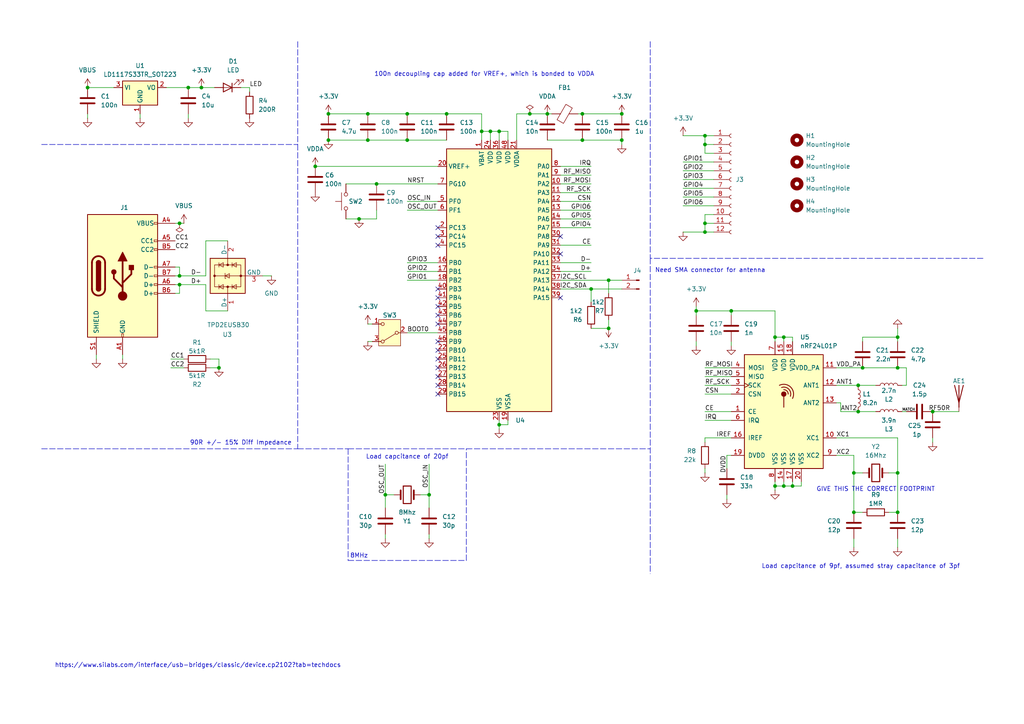
<source format=kicad_sch>
(kicad_sch (version 20231120) (generator "eeschema") (generator_version "8.0")
  (paper "A4")
  (lib_symbols
    (symbol "Connector:Conn_01x02_Pin" (pin_names (offset 1.016) hide)
      (property "Reference" "J" (at 0 2.54 0))
      (property "Value" "Conn_01x02_Pin" (at 0 -5.08 0))
      (symbol "Conn_01x02_Pin_1_1"
        (pin passive line (at 5.08 0 180) (length 3.81) (name "Pin_1") (number "1"))
        (pin passive line (at 5.08 -2.54 180) (length 3.81) (name "Pin_2") (number "2"))
      )
    )
    (symbol "Connector:Conn_01x12_Socket" (pin_names (offset 1.016) hide)
      (property "Reference" "J" (at 0 15.24 0))
      (property "Value" "Conn_01x12_Socket" (at 0 -17.78 0))
      (symbol "Conn_01x12_Socket_1_1"
        (pin passive line (at -5.08 12.7 0) (length 3.81) (name "Pin_1") (number "1"))
        (pin passive line (at -5.08 -10.16 0) (length 3.81) (name "Pin_10") (number "10"))
        (pin passive line (at -5.08 -12.7 0) (length 3.81) (name "Pin_11") (number "11"))
        (pin passive line (at -5.08 -15.24 0) (length 3.81) (name "Pin_12") (number "12"))
        (pin passive line (at -5.08 10.16 0) (length 3.81) (name "Pin_2") (number "2"))
        (pin passive line (at -5.08 7.62 0) (length 3.81) (name "Pin_3") (number "3"))
        (pin passive line (at -5.08 5.08 0) (length 3.81) (name "Pin_4") (number "4"))
        (pin passive line (at -5.08 2.54 0) (length 3.81) (name "Pin_5") (number "5"))
        (pin passive line (at -5.08 0 0) (length 3.81) (name "Pin_6") (number "6"))
        (pin passive line (at -5.08 -2.54 0) (length 3.81) (name "Pin_7") (number "7"))
        (pin passive line (at -5.08 -5.08 0) (length 3.81) (name "Pin_8") (number "8"))
        (pin passive line (at -5.08 -7.62 0) (length 3.81) (name "Pin_9") (number "9"))
      )
    )
    (symbol "Connector:USB_C_Receptacle_USB2.0_14P" (pin_names (offset 1.016))
      (property "Reference" "J" (at 0 22.225 0))
      (property "Value" "USB_C_Receptacle_USB2.0_14P" (at 0 19.685 0))
      (symbol "USB_C_Receptacle_USB2.0_14P_1_1"
        (pin passive line (at 0 -22.86 90) (length 5.08) (name "GND") (number "A1"))
        (pin passive line (at 0 -22.86 90) (length 5.08) hide (name "GND") (number "A12"))
        (pin passive line (at 15.24 15.24 180) (length 5.08) (name "VBUS") (number "A4"))
        (pin bidirectional line (at 15.24 10.16 180) (length 5.08) (name "CC1") (number "A5"))
        (pin bidirectional line (at 15.24 -2.54 180) (length 5.08) (name "D+") (number "A6"))
        (pin bidirectional line (at 15.24 2.54 180) (length 5.08) (name "D-") (number "A7"))
        (pin passive line (at 15.24 15.24 180) (length 5.08) hide (name "VBUS") (number "A9"))
        (pin passive line (at 0 -22.86 90) (length 5.08) hide (name "GND") (number "B1"))
        (pin passive line (at 0 -22.86 90) (length 5.08) hide (name "GND") (number "B12"))
        (pin passive line (at 15.24 15.24 180) (length 5.08) hide (name "VBUS") (number "B4"))
        (pin bidirectional line (at 15.24 7.62 180) (length 5.08) (name "CC2") (number "B5"))
        (pin bidirectional line (at 15.24 -5.08 180) (length 5.08) (name "D+") (number "B6"))
        (pin bidirectional line (at 15.24 0 180) (length 5.08) (name "D-") (number "B7"))
        (pin passive line (at 15.24 15.24 180) (length 5.08) hide (name "VBUS") (number "B9"))
        (pin passive line (at -7.62 -22.86 90) (length 5.08) (name "SHIELD") (number "S1"))
      )
    )
    (symbol "Device:Antenna" (pin_numbers hide) (pin_names (offset 1.016) hide)
      (property "Reference" "AE" (at -1.905 1.905 0))
      (property "Value" "Antenna" (at -1.905 0 0))
      (symbol "Antenna_1_1"
        (pin input line (at 0 -5.08 90) (length 2.54) (name "A") (number "1"))
      )
    )
    (symbol "Device:C" (pin_numbers hide) (pin_names (offset 0.254))
      (property "Reference" "C" (at 0.635 2.54 0))
      (property "Value" "C" (at 0.635 -2.54 0))
      (symbol "C_1_1"
        (pin passive line (at 0 3.81 270) (length 2.794) (name "~") (number "1"))
        (pin passive line (at 0 -3.81 90) (length 2.794) (name "~") (number "2"))
      )
    )
    (symbol "Device:Crystal" (pin_numbers hide) (pin_names (offset 1.016) hide)
      (property "Reference" "Y" (at 0 3.81 0))
      (property "Value" "Crystal" (at 0 -3.81 0))
      (symbol "Crystal_1_1"
        (pin passive line (at -3.81 0 0) (length 1.27) (name "1") (number "1"))
        (pin passive line (at 3.81 0 180) (length 1.27) (name "2") (number "2"))
      )
    )
    (symbol "Device:FerriteBead" (pin_numbers hide) (pin_names (offset 0))
      (property "Reference" "FB" (at -3.81 0.635 90))
      (property "Value" "FerriteBead" (at 3.81 0 90))
      (symbol "FerriteBead_1_1"
        (pin passive line (at 0 3.81 270) (length 2.54) (name "~") (number "1"))
        (pin passive line (at 0 -3.81 90) (length 2.54) (name "~") (number "2"))
      )
    )
    (symbol "Device:L" (pin_numbers hide) (pin_names (offset 1.016) hide)
      (property "Reference" "L" (at -1.27 0 90))
      (property "Value" "L" (at 1.905 0 90))
      (symbol "L_1_1"
        (pin passive line (at 0 3.81 270) (length 1.27) (name "1") (number "1"))
        (pin passive line (at 0 -3.81 90) (length 1.27) (name "2") (number "2"))
      )
    )
    (symbol "Device:LED" (pin_numbers hide) (pin_names (offset 1.016) hide)
      (property "Reference" "D" (at 0 2.54 0))
      (property "Value" "LED" (at 0 -2.54 0))
      (symbol "LED_1_1"
        (pin passive line (at -3.81 0 0) (length 2.54) (name "K") (number "1"))
        (pin passive line (at 3.81 0 180) (length 2.54) (name "A") (number "2"))
      )
    )
    (symbol "Device:R" (pin_numbers hide) (pin_names (offset 0))
      (property "Reference" "R" (at 2.032 0 90))
      (property "Value" "R" (at 0 0 90))
      (symbol "R_1_1"
        (pin passive line (at 0 3.81 270) (length 1.27) (name "~") (number "1"))
        (pin passive line (at 0 -3.81 90) (length 1.27) (name "~") (number "2"))
      )
    )
    (symbol "MCU_ST_STM32G4:STM32G4A1CETx"
      (property "Reference" "U" (at -15.24 39.37 0))
      (property "Value" "STM32G4A1CETx" (at 7.62 39.37 0))
      (symbol "STM32G4A1CETx_1_1"
        (pin power_in line (at -5.08 40.64 270) (length 2.54) (name "VBAT") (number "1"))
        (pin bidirectional line (at 17.78 27.94 180) (length 2.54) (name "PA2") (number "10"))
        (pin bidirectional line (at 17.78 25.4 180) (length 2.54) (name "PA3") (number "11"))
        (pin bidirectional line (at 17.78 22.86 180) (length 2.54) (name "PA4") (number "12"))
        (pin bidirectional line (at 17.78 20.32 180) (length 2.54) (name "PA5") (number "13"))
        (pin bidirectional line (at 17.78 17.78 180) (length 2.54) (name "PA6") (number "14"))
        (pin bidirectional line (at 17.78 15.24 180) (length 2.54) (name "PA7") (number "15"))
        (pin bidirectional line (at -17.78 5.08 0) (length 2.54) (name "PB0") (number "16"))
        (pin bidirectional line (at -17.78 2.54 0) (length 2.54) (name "PB1") (number "17"))
        (pin bidirectional line (at -17.78 0 0) (length 2.54) (name "PB2") (number "18"))
        (pin power_in line (at 2.54 -40.64 90) (length 2.54) (name "VSSA") (number "19"))
        (pin bidirectional line (at -17.78 15.24 0) (length 2.54) (name "PC13") (number "2"))
        (pin input line (at -17.78 33.02 0) (length 2.54) (name "VREF+") (number "20"))
        (pin power_in line (at 5.08 40.64 270) (length 2.54) (name "VDDA") (number "21"))
        (pin bidirectional line (at -17.78 -20.32 0) (length 2.54) (name "PB10") (number "22"))
        (pin power_in line (at 0 -40.64 90) (length 2.54) (name "VSS") (number "23"))
        (pin power_in line (at -2.54 40.64 270) (length 2.54) (name "VDD") (number "24"))
        (pin bidirectional line (at -17.78 -22.86 0) (length 2.54) (name "PB11") (number "25"))
        (pin bidirectional line (at -17.78 -25.4 0) (length 2.54) (name "PB12") (number "26"))
        (pin bidirectional line (at -17.78 -27.94 0) (length 2.54) (name "PB13") (number "27"))
        (pin bidirectional line (at -17.78 -30.48 0) (length 2.54) (name "PB14") (number "28"))
        (pin bidirectional line (at -17.78 -33.02 0) (length 2.54) (name "PB15") (number "29"))
        (pin bidirectional line (at -17.78 12.7 0) (length 2.54) (name "PC14") (number "3"))
        (pin bidirectional line (at 17.78 12.7 180) (length 2.54) (name "PA8") (number "30"))
        (pin bidirectional line (at 17.78 10.16 180) (length 2.54) (name "PA9") (number "31"))
        (pin bidirectional line (at 17.78 7.62 180) (length 2.54) (name "PA10") (number "32"))
        (pin bidirectional line (at 17.78 5.08 180) (length 2.54) (name "PA11") (number "33"))
        (pin bidirectional line (at 17.78 2.54 180) (length 2.54) (name "PA12") (number "34"))
        (pin passive line (at 0 -40.64 90) (length 2.54) hide (name "VSS") (number "35"))
        (pin power_in line (at 0 40.64 270) (length 2.54) (name "VDD") (number "36"))
        (pin bidirectional line (at 17.78 0 180) (length 2.54) (name "PA13") (number "37"))
        (pin bidirectional line (at 17.78 -2.54 180) (length 2.54) (name "PA14") (number "38"))
        (pin bidirectional line (at 17.78 -5.08 180) (length 2.54) (name "PA15") (number "39"))
        (pin bidirectional line (at -17.78 10.16 0) (length 2.54) (name "PC15") (number "4"))
        (pin bidirectional line (at -17.78 -2.54 0) (length 2.54) (name "PB3") (number "40"))
        (pin bidirectional line (at -17.78 -5.08 0) (length 2.54) (name "PB4") (number "41"))
        (pin bidirectional line (at -17.78 -7.62 0) (length 2.54) (name "PB5") (number "42"))
        (pin bidirectional line (at -17.78 -10.16 0) (length 2.54) (name "PB6") (number "43"))
        (pin bidirectional line (at -17.78 -12.7 0) (length 2.54) (name "PB7") (number "44"))
        (pin bidirectional line (at -17.78 -15.24 0) (length 2.54) (name "PB8") (number "45"))
        (pin bidirectional line (at -17.78 -17.78 0) (length 2.54) (name "PB9") (number "46"))
        (pin passive line (at 0 -40.64 90) (length 2.54) hide (name "VSS") (number "47"))
        (pin power_in line (at 2.54 40.64 270) (length 2.54) (name "VDD") (number "48"))
        (pin bidirectional line (at -17.78 22.86 0) (length 2.54) (name "PF0") (number "5"))
        (pin bidirectional line (at -17.78 20.32 0) (length 2.54) (name "PF1") (number "6"))
        (pin bidirectional line (at -17.78 27.94 0) (length 2.54) (name "PG10") (number "7"))
        (pin bidirectional line (at 17.78 33.02 180) (length 2.54) (name "PA0") (number "8"))
        (pin bidirectional line (at 17.78 30.48 180) (length 2.54) (name "PA1") (number "9"))
      )
    )
    (symbol "Mechanical:MountingHole" (pin_names (offset 1.016)) (exclude_from_sim yes) (in_bom no)
      (property "Reference" "H" (at 0 5.08 0))
      (property "Value" "MountingHole" (at 0 3.175 0))
    )
    (symbol "Power_Protection:TPD2EUSB30" (pin_names (offset 0))
      (property "Reference" "U" (at 0 6.35 0))
      (property "Value" "TPD2EUSB30" (at 7.62 -7.62 0))
      (symbol "TPD2EUSB30_1_1"
        (pin passive line (at -10.16 0 0) (length 5.08) (name "D+") (number "1"))
        (pin passive line (at 10.16 0 180) (length 5.08) (name "D-") (number "2"))
        (pin passive line (at 0 -10.16 90) (length 5.08) (name "GND") (number "3"))
      )
    )
    (symbol "RF:nRF24L01P" (pin_names (offset 1.016))
      (property "Reference" "U" (at -11.43 17.78 0))
      (property "Value" "nRF24L01P" (at 5.08 17.78 0))
      (symbol "nRF24L01P_1_1"
        (pin input line (at -15.24 0 0) (length 3.81) (name "CE") (number "1"))
        (pin passive line (at 15.24 -7.62 180) (length 3.81) (name "XC1") (number "10"))
        (pin power_out line (at 15.24 12.7 180) (length 3.81) (name "VDD_PA") (number "11"))
        (pin passive line (at 15.24 7.62 180) (length 3.81) (name "ANT1") (number "12"))
        (pin passive line (at 15.24 2.54 180) (length 3.81) (name "ANT2") (number "13"))
        (pin power_in line (at 0 -20.32 90) (length 3.81) (name "VSS") (number "14"))
        (pin power_in line (at 0 20.32 270) (length 3.81) (name "VDD") (number "15"))
        (pin passive line (at -15.24 -7.62 0) (length 3.81) (name "IREF") (number "16"))
        (pin power_in line (at 2.54 -20.32 90) (length 3.81) (name "VSS") (number "17"))
        (pin power_in line (at 2.54 20.32 270) (length 3.81) (name "VDD") (number "18"))
        (pin power_out line (at -15.24 -12.7 0) (length 3.81) (name "DVDD") (number "19"))
        (pin input line (at -15.24 5.08 0) (length 3.81) (name "CSN") (number "2"))
        (pin power_in line (at 5.08 -20.32 90) (length 3.81) (name "VSS") (number "20"))
        (pin input clock (at -15.24 7.62 0) (length 3.81) (name "SCK") (number "3"))
        (pin input line (at -15.24 12.7 0) (length 3.81) (name "MOSI") (number "4"))
        (pin output line (at -15.24 10.16 0) (length 3.81) (name "MISO") (number "5"))
        (pin output line (at -15.24 -2.54 0) (length 3.81) (name "IRQ") (number "6"))
        (pin power_in line (at -2.54 20.32 270) (length 3.81) (name "VDD") (number "7"))
        (pin power_in line (at -2.54 -20.32 90) (length 3.81) (name "VSS") (number "8"))
        (pin passive line (at 15.24 -12.7 180) (length 3.81) (name "XC2") (number "9"))
      )
    )
    (symbol "Regulator_Linear:LD1117S33TR_SOT223"
      (property "Reference" "U" (at -3.81 3.175 0))
      (property "Value" "LD1117S33TR_SOT223" (at 0 3.175 0))
      (symbol "LD1117S33TR_SOT223_1_1"
        (pin power_in line (at 0 -7.62 90) (length 2.54) (name "GND") (number "1"))
        (pin power_out line (at 7.62 0 180) (length 2.54) (name "VO") (number "2"))
        (pin power_in line (at -7.62 0 0) (length 2.54) (name "VI") (number "3"))
      )
    )
    (symbol "Switch:SW_Nidec_CAS-120A1" (pin_names (offset 1) hide)
      (property "Reference" "SW" (at 0 4.318 0))
      (property "Value" "SW_Nidec_CAS-120A1" (at 0 -5.08 0))
      (symbol "SW_Nidec_CAS-120A1_1_1"
        (pin passive line (at 5.08 -2.54 180) (length 2.54) (name "C") (number "1"))
        (pin passive line (at -5.08 0 0) (length 2.54) (name "B") (number "2"))
        (pin passive line (at 5.08 2.54 180) (length 2.54) (name "A") (number "3"))
      )
    )
    (symbol "Switch:SW_Push" (pin_numbers hide) (pin_names (offset 1.016) hide)
      (property "Reference" "SW" (at 1.27 2.54 0))
      (property "Value" "SW_Push" (at 0 -1.524 0))
      (symbol "SW_Push_0_1"
        (pin passive line (at -5.08 0 0) (length 2.54) (name "1") (number "1"))
        (pin passive line (at 5.08 0 180) (length 2.54) (name "2") (number "2"))
      )
    )
    (symbol "power:+3.3V" (power) (pin_numbers hide) (pin_names (offset 0) hide)
      (property "Value" "+3.3V" (at 0 3.556 0))
      (symbol "+3.3V_1_1"
        (pin power_in line (at 0 0 90) (length 0) (name "~") (number "1"))
      )
    )
    (symbol "power:GND" (power) (pin_numbers hide) (pin_names (offset 0) hide)
      (property "Value" "GND" (at 0 -3.81 0))
      (symbol "GND_1_1"
        (pin power_in line (at 0 0 270) (length 0) (name "~") (number "1"))
      )
    )
    (symbol "power:PWR_FLAG" (power) (pin_numbers hide) (pin_names (offset 0) hide)
      (property "Value" "PWR_FLAG" (at 0 3.81 0))
      (symbol "PWR_FLAG_0_0"
        (pin power_out line (at 0 0 90) (length 0) (name "~") (number "1"))
      )
    )
    (symbol "power:VBUS" (power) (pin_numbers hide) (pin_names (offset 0) hide)
      (property "Value" "VBUS" (at 0 3.556 0))
      (symbol "VBUS_1_1"
        (pin power_in line (at 0 0 90) (length 0) (name "~") (number "1"))
      )
    )
  )
  (junction (at 52.07 80.01))
  (junction (at 124.46 143.51))
  (junction (at 176.53 95.25))
  (junction (at 247.65 148.59))
  (junction (at 168.91 40.64))
  (junction (at 204.47 64.77))
  (junction (at 224.79 97.79))
  (junction (at 95.25 40.64))
  (junction (at 118.11 40.64))
  (junction (at 144.78 38.1))
  (junction (at 106.68 40.64))
  (junction (at 58.42 25.4))
  (junction (at 227.33 97.79))
  (junction (at 204.47 39.37))
  (junction (at 270.51 119.38))
  (junction (at 229.87 140.97))
  (junction (at 91.44 48.26))
  (junction (at 63.5 106.68))
  (junction (at 168.91 33.02))
  (junction (at 247.65 137.16))
  (junction (at 260.35 106.68))
  (junction (at 260.35 137.16))
  (junction (at 204.47 67.31))
  (junction (at 142.24 38.1))
  (junction (at 25.4 25.4))
  (junction (at 144.78 123.19))
  (junction (at 227.33 140.97))
  (junction (at 106.68 33.02))
  (junction (at 139.7 38.1))
  (junction (at 180.34 33.02))
  (junction (at 129.54 33.02))
  (junction (at 248.92 119.38))
  (junction (at 260.35 97.79))
  (junction (at 52.07 82.55))
  (junction (at 204.47 41.91))
  (junction (at 248.92 111.76))
  (junction (at 109.22 53.34))
  (junction (at 250.19 106.68))
  (junction (at 260.35 148.59))
  (junction (at 158.75 33.02))
  (junction (at 176.53 81.28))
  (junction (at 153.67 33.02))
  (junction (at 171.45 83.82))
  (junction (at 212.09 90.17))
  (junction (at 52.07 64.77))
  (junction (at 104.14 63.5))
  (junction (at 54.61 25.4))
  (junction (at 201.93 90.17))
  (junction (at 111.76 143.51))
  (junction (at 180.34 40.64))
  (junction (at 224.79 140.97))
  (junction (at 118.11 33.02))
  (junction (at 95.25 33.02))
  (no_connect (at 127 106.68))
  (no_connect (at 162.56 73.66))
  (no_connect (at 127 101.6))
  (no_connect (at 127 104.14))
  (no_connect (at 162.56 68.58))
  (no_connect (at 127 93.98))
  (no_connect (at 127 91.44))
  (no_connect (at 127 88.9))
  (no_connect (at 127 109.22))
  (no_connect (at 127 111.76))
  (no_connect (at 127 68.58))
  (no_connect (at 127 114.3))
  (no_connect (at 127 86.36))
  (no_connect (at 127 83.82))
  (no_connect (at 127 71.12))
  (no_connect (at 162.56 86.36))
  (no_connect (at 127 66.04))
  (no_connect (at 127 99.06))
  (wire (pts (xy 204.47 64.77) (xy 204.47 67.31)))
  (wire (pts (xy 212.09 99.06) (xy 212.09 100.33)))
  (wire (pts (xy 60.96 104.14) (xy 63.5 104.14)))
  (wire (pts (xy 242.57 106.68) (xy 250.19 106.68)))
  (wire (pts (xy 162.56 60.96) (xy 171.45 60.96)))
  (wire (pts (xy 59.69 69.85) (xy 66.04 69.85)))
  (wire (pts (xy 204.47 106.68) (xy 212.09 106.68)))
  (wire (pts (xy 147.32 121.92) (xy 147.32 123.19)))
  (wire (pts (xy 127 78.74) (xy 118.11 78.74)))
  (wire (pts (xy 260.35 127) (xy 260.35 137.16)))
  (wire (pts (xy 204.47 39.37) (xy 204.47 41.91)))
  (wire (pts (xy 40.64 33.02) (xy 40.64 34.29)))
  (wire (pts (xy 243.84 119.38) (xy 248.92 119.38)))
  (wire (pts (xy 260.35 95.25) (xy 260.35 97.79)))
  (wire (pts (xy 109.22 53.34) (xy 127 53.34)))
  (wire (pts (xy 144.78 38.1) (xy 144.78 40.64)))
  (wire (pts (xy 111.76 134.62) (xy 111.76 143.51)))
  (wire (pts (xy 204.47 44.45) (xy 207.01 44.45)))
  (wire (pts (xy 224.79 139.7) (xy 224.79 140.97)))
  (wire (pts (xy 243.84 116.84) (xy 243.84 119.38)))
  (wire (pts (xy 204.47 62.23) (xy 207.01 62.23)))
  (wire (pts (xy 106.68 40.64) (xy 118.11 40.64)))
  (wire (pts (xy 257.81 137.16) (xy 260.35 137.16)))
  (wire (pts (xy 260.35 137.16) (xy 260.35 148.59)))
  (polyline (pts (xy 86.36 130.175) (xy 100.965 130.175)) (stroke (width 0) (type dash)))
  (wire (pts (xy 52.07 80.01) (xy 59.69 80.01)))
  (wire (pts (xy 100.33 53.34) (xy 109.22 53.34)))
  (polyline (pts (xy 285.115 74.93) (xy 188.595 74.93)) (stroke (width 0) (type dash)))
  (wire (pts (xy 106.68 33.02) (xy 118.11 33.02)))
  (wire (pts (xy 147.32 38.1) (xy 147.32 40.64)))
  (wire (pts (xy 52.07 82.55) (xy 52.07 85.09)))
  (wire (pts (xy 111.76 143.51) (xy 114.3 143.51)))
  (wire (pts (xy 139.7 38.1) (xy 139.7 40.64)))
  (wire (pts (xy 49.53 104.14) (xy 53.34 104.14)))
  (wire (pts (xy 262.89 106.68) (xy 262.89 111.76)))
  (wire (pts (xy 207.01 49.53) (xy 198.12 49.53)))
  (wire (pts (xy 48.26 25.4) (xy 54.61 25.4)))
  (wire (pts (xy 144.78 123.19) (xy 144.78 124.46)))
  (wire (pts (xy 162.56 76.2) (xy 171.45 76.2)))
  (wire (pts (xy 250.19 99.06) (xy 250.19 97.79)))
  (wire (pts (xy 227.33 140.97) (xy 229.87 140.97)))
  (wire (pts (xy 227.33 97.79) (xy 229.87 97.79)))
  (wire (pts (xy 63.5 104.14) (xy 63.5 106.68)))
  (wire (pts (xy 204.47 64.77) (xy 207.01 64.77)))
  (wire (pts (xy 129.54 33.02) (xy 139.7 33.02)))
  (wire (pts (xy 162.56 50.8) (xy 171.45 50.8)))
  (wire (pts (xy 270.51 119.38) (xy 278.13 119.38)))
  (wire (pts (xy 25.4 25.4) (xy 33.02 25.4)))
  (wire (pts (xy 139.7 38.1) (xy 142.24 38.1)))
  (wire (pts (xy 180.34 40.64) (xy 168.91 40.64)))
  (wire (pts (xy 124.46 134.62) (xy 124.46 143.51)))
  (wire (pts (xy 247.65 148.59) (xy 247.65 137.16)))
  (wire (pts (xy 142.24 38.1) (xy 144.78 38.1)))
  (wire (pts (xy 224.79 140.97) (xy 224.79 142.24)))
  (wire (pts (xy 111.76 156.21) (xy 111.76 154.94)))
  (wire (pts (xy 118.11 58.42) (xy 127 58.42)))
  (wire (pts (xy 58.42 25.4) (xy 62.23 25.4)))
  (wire (pts (xy 207.01 41.91) (xy 204.47 41.91)))
  (wire (pts (xy 153.67 33.02) (xy 149.86 33.02)))
  (wire (pts (xy 111.76 143.51) (xy 111.76 147.32)))
  (wire (pts (xy 162.56 83.82) (xy 171.45 83.82)))
  (polyline (pts (xy 100.965 130.175) (xy 100.965 162.56)) (stroke (width 0) (type dash)))
  (polyline (pts (xy 100.965 162.56) (xy 135.255 162.56)) (stroke (width 0) (type dash)))
  (wire (pts (xy 201.93 90.17) (xy 212.09 90.17)))
  (wire (pts (xy 260.35 148.59) (xy 257.81 148.59)))
  (wire (pts (xy 247.65 137.16) (xy 250.19 137.16)))
  (wire (pts (xy 229.87 97.79) (xy 229.87 99.06)))
  (polyline (pts (xy 100.965 130.175) (xy 188.595 130.175)) (stroke (width 0) (type dash)))
  (wire (pts (xy 158.75 33.02) (xy 153.67 33.02)))
  (wire (pts (xy 104.14 63.5) (xy 109.22 63.5)))
  (wire (pts (xy 72.39 25.4) (xy 72.39 26.67)))
  (wire (pts (xy 260.35 97.79) (xy 260.35 99.06)))
  (wire (pts (xy 52.07 77.47) (xy 52.07 80.01)))
  (wire (pts (xy 242.57 132.08) (xy 247.65 132.08)))
  (wire (pts (xy 162.56 58.42) (xy 171.45 58.42)))
  (wire (pts (xy 224.79 97.79) (xy 224.79 99.06)))
  (wire (pts (xy 50.8 77.47) (xy 52.07 77.47)))
  (wire (pts (xy 35.56 102.87) (xy 35.56 104.14)))
  (wire (pts (xy 207.01 59.69) (xy 198.12 59.69)))
  (wire (pts (xy 158.75 33.02) (xy 160.02 33.02)))
  (wire (pts (xy 106.68 99.06) (xy 107.95 99.06)))
  (wire (pts (xy 144.78 38.1) (xy 147.32 38.1)))
  (wire (pts (xy 25.4 33.02) (xy 25.4 34.29)))
  (wire (pts (xy 204.47 114.3) (xy 212.09 114.3)))
  (wire (pts (xy 242.57 111.76) (xy 248.92 111.76)))
  (wire (pts (xy 50.8 64.77) (xy 52.07 64.77)))
  (wire (pts (xy 204.47 41.91) (xy 204.47 44.45)))
  (wire (pts (xy 109.22 63.5) (xy 109.22 60.96)))
  (wire (pts (xy 248.92 119.38) (xy 254 119.38)))
  (wire (pts (xy 118.11 60.96) (xy 127 60.96)))
  (wire (pts (xy 162.56 55.88) (xy 171.45 55.88)))
  (wire (pts (xy 49.53 106.68) (xy 53.34 106.68)))
  (polyline (pts (xy 188.595 12.065) (xy 188.595 74.93)) (stroke (width 0) (type dash)))
  (wire (pts (xy 262.89 119.38) (xy 261.62 119.38)))
  (wire (pts (xy 227.33 140.97) (xy 227.33 139.7)))
  (wire (pts (xy 250.19 106.68) (xy 260.35 106.68)))
  (wire (pts (xy 144.78 123.19) (xy 144.78 121.92)))
  (wire (pts (xy 59.69 82.55) (xy 59.69 90.17)))
  (wire (pts (xy 207.01 52.07) (xy 198.12 52.07)))
  (wire (pts (xy 198.12 67.31) (xy 204.47 67.31)))
  (wire (pts (xy 162.56 66.04) (xy 171.45 66.04)))
  (wire (pts (xy 212.09 127) (xy 204.47 127)))
  (wire (pts (xy 204.47 127) (xy 204.47 128.27)))
  (wire (pts (xy 118.11 40.64) (xy 129.54 40.64)))
  (wire (pts (xy 158.75 40.64) (xy 168.91 40.64)))
  (wire (pts (xy 176.53 81.28) (xy 180.34 81.28)))
  (wire (pts (xy 248.92 111.76) (xy 254 111.76)))
  (polyline (pts (xy 86.36 41.91) (xy 86.36 130.175)) (stroke (width 0) (type dash)))
  (wire (pts (xy 242.57 116.84) (xy 243.84 116.84)))
  (wire (pts (xy 207.01 57.15) (xy 198.12 57.15)))
  (wire (pts (xy 142.24 38.1) (xy 142.24 40.64)))
  (wire (pts (xy 147.32 123.19) (xy 144.78 123.19)))
  (wire (pts (xy 124.46 154.94) (xy 124.46 156.21)))
  (wire (pts (xy 54.61 25.4) (xy 58.42 25.4)))
  (wire (pts (xy 162.56 48.26) (xy 171.45 48.26)))
  (wire (pts (xy 212.09 132.08) (xy 210.82 132.08)))
  (wire (pts (xy 224.79 140.97) (xy 227.33 140.97)))
  (wire (pts (xy 69.85 25.4) (xy 72.39 25.4)))
  (wire (pts (xy 212.09 90.17) (xy 224.79 90.17)))
  (wire (pts (xy 250.19 148.59) (xy 247.65 148.59)))
  (wire (pts (xy 204.47 67.31) (xy 207.01 67.31)))
  (wire (pts (xy 247.65 158.75) (xy 247.65 156.21)))
  (wire (pts (xy 210.82 143.51) (xy 210.82 144.78)))
  (wire (pts (xy 100.33 63.5) (xy 104.14 63.5)))
  (wire (pts (xy 176.53 95.25) (xy 176.53 92.71)))
  (wire (pts (xy 204.47 121.92) (xy 212.09 121.92)))
  (wire (pts (xy 162.56 81.28) (xy 176.53 81.28)))
  (wire (pts (xy 52.07 80.01) (xy 50.8 80.01)))
  (wire (pts (xy 224.79 97.79) (xy 227.33 97.79)))
  (wire (pts (xy 162.56 71.12) (xy 171.45 71.12)))
  (wire (pts (xy 52.07 64.77) (xy 53.34 64.77)))
  (wire (pts (xy 52.07 82.55) (xy 59.69 82.55)))
  (wire (pts (xy 204.47 109.22) (xy 212.09 109.22)))
  (wire (pts (xy 118.11 33.02) (xy 129.54 33.02)))
  (wire (pts (xy 176.53 85.09) (xy 176.53 81.28)))
  (wire (pts (xy 204.47 62.23) (xy 204.47 64.77)))
  (wire (pts (xy 260.35 106.68) (xy 262.89 106.68)))
  (wire (pts (xy 59.69 80.01) (xy 59.69 69.85)))
  (wire (pts (xy 162.56 63.5) (xy 171.45 63.5)))
  (wire (pts (xy 229.87 140.97) (xy 232.41 140.97)))
  (wire (pts (xy 95.25 40.64) (xy 106.68 40.64)))
  (wire (pts (xy 91.44 48.26) (xy 127 48.26)))
  (wire (pts (xy 210.82 132.08) (xy 210.82 135.89)))
  (wire (pts (xy 232.41 140.97) (xy 232.41 139.7)))
  (wire (pts (xy 262.89 111.76) (xy 261.62 111.76)))
  (wire (pts (xy 59.69 90.17) (xy 66.04 90.17)))
  (polyline (pts (xy 135.255 162.56) (xy 135.255 130.175)) (stroke (width 0) (type dash)))
  (wire (pts (xy 124.46 143.51) (xy 124.46 147.32)))
  (polyline (pts (xy 12.065 130.175) (xy 86.36 130.175)) (stroke (width 0) (type dash)))
  (wire (pts (xy 201.93 88.9) (xy 201.93 90.17)))
  (wire (pts (xy 204.47 39.37) (xy 207.01 39.37)))
  (wire (pts (xy 224.79 90.17) (xy 224.79 97.79)))
  (wire (pts (xy 106.68 93.98) (xy 107.95 93.98)))
  (wire (pts (xy 76.2 80.01) (xy 78.74 80.01)))
  (wire (pts (xy 250.19 97.79) (xy 260.35 97.79)))
  (wire (pts (xy 139.7 33.02) (xy 139.7 38.1)))
  (wire (pts (xy 171.45 87.63) (xy 171.45 83.82)))
  (wire (pts (xy 270.51 127) (xy 270.51 128.27)))
  (wire (pts (xy 204.47 119.38) (xy 212.09 119.38)))
  (wire (pts (xy 52.07 85.09) (xy 50.8 85.09)))
  (wire (pts (xy 95.25 33.02) (xy 106.68 33.02)))
  (wire (pts (xy 247.65 132.08) (xy 247.65 137.16)))
  (wire (pts (xy 121.92 143.51) (xy 124.46 143.51)))
  (wire (pts (xy 260.35 156.21) (xy 260.35 158.75)))
  (wire (pts (xy 207.01 54.61) (xy 198.12 54.61)))
  (wire (pts (xy 54.61 33.02) (xy 54.61 34.29)))
  (wire (pts (xy 118.11 96.52) (xy 127 96.52)))
  (wire (pts (xy 242.57 127) (xy 260.35 127)))
  (wire (pts (xy 201.93 90.17) (xy 201.93 91.44)))
  (wire (pts (xy 127 76.2) (xy 118.11 76.2)))
  (wire (pts (xy 212.09 90.17) (xy 212.09 91.44)))
  (wire (pts (xy 198.12 39.37) (xy 204.47 39.37)))
  (polyline (pts (xy 86.36 12.065) (xy 86.36 41.91)) (stroke (width 0) (type dash)))
  (polyline (pts (xy 12.065 41.91) (xy 86.36 41.91)) (stroke (width 0) (type dash)))
  (wire (pts (xy 229.87 140.97) (xy 229.87 139.7)))
  (wire (pts (xy 204.47 135.89) (xy 204.47 137.16)))
  (wire (pts (xy 171.45 95.25) (xy 176.53 95.25)))
  (wire (pts (xy 204.47 111.76) (xy 212.09 111.76)))
  (wire (pts (xy 180.34 40.64) (xy 180.34 41.91)))
  (wire (pts (xy 149.86 33.02) (xy 149.86 40.64)))
  (wire (pts (xy 27.94 102.87) (xy 27.94 104.14)))
  (polyline (pts (xy 188.595 74.93) (xy 188.595 166.37)) (stroke (width 0) (type dash)))
  (wire (pts (xy 207.01 46.99) (xy 198.12 46.99)))
  (wire (pts (xy 50.8 82.55) (xy 52.07 82.55)))
  (wire (pts (xy 162.56 78.74) (xy 171.45 78.74)))
  (wire (pts (xy 60.96 106.68) (xy 63.5 106.68)))
  (wire (pts (xy 167.64 33.02) (xy 168.91 33.02)))
  (wire (pts (xy 201.93 99.06) (xy 201.93 100.33)))
  (wire (pts (xy 171.45 83.82) (xy 180.34 83.82)))
  (wire (pts (xy 127 81.28) (xy 118.11 81.28)))
  (wire (pts (xy 162.56 53.34) (xy 171.45 53.34)))
  (wire (pts (xy 227.33 99.06) (xy 227.33 97.79)))
  (wire (pts (xy 180.34 33.02) (xy 168.91 33.02)))
  (text "https://www.silabs.com/interface/usb-bridges/classic/device.cp2102?tab=techdocs" (at 57.404 193.04 0) (effects (font (size 1.27 1.27))))
  (text "GIVE THIS THE CORRECT FOOTPRINT" (at 254 141.986 0) (effects (font (size 1.27 1.27))))
  (text "8MHz" (at 104.14 161.29 0) (effects (font (size 1.27 1.27))))
  (text "Need SMA connector for antenna" (at 205.994 78.486 0) (effects (font (size 1.27 1.27))))
  (text "90R +/- 15% Diff Impedance" (at 69.85 128.524 0) (effects (font (size 1.27 1.27))))
  (text "Load capcitance of 9pf, assumed stray capacitance of 3pf" (at 249.682 164.338 0) (effects (font (size 1.27 1.27))))
  (text "100n decoupling cap added for VREF+, which is bonded to VDDA" (at 140.462 21.59 0) (effects (font (size 1.27 1.27))))
  (text "Load capcitance of 20pf" (at 118.11 132.588 0) (effects (font (size 1.27 1.27))))
  (label "CC1" (at 50.8 69.85 0))
  (label "GPIO4" (at 198.12 54.61 0))
  (label "CE" (at 171.45 71.12 180))
  (label "GPIO1" (at 118.11 81.28 0))
  (label "GPIO4" (at 171.45 66.04 180))
  (label "GPIO3" (at 198.12 52.07 0))
  (label "OSC_IN" (at 118.11 58.42 0))
  (label "MATCH" (at 261.62 119.38 0) (effects (font (size 0.762 0.762))))
  (label "NRST" (at 118.11 53.34 0))
  (label "IRQ" (at 204.47 121.92 0))
  (label "DVDD" (at 210.82 132.08 270))
  (label "RF_SCK" (at 204.47 111.76 0))
  (label "GPIO6" (at 171.45 60.96 180))
  (label "D+" (at 58.42 82.55 180))
  (label "D+" (at 171.45 78.74 180))
  (label "VDD_PA" (at 242.57 106.68 0))
  (label "OSC_IN" (at 124.46 134.62 270))
  (label "I2C_SCL" (at 170.18 81.28 180))
  (label "ANT1" (at 242.57 111.76 0))
  (label "LED" (at 72.39 25.4 0))
  (label "ANT2" (at 243.84 119.38 0))
  (label "XC2" (at 242.57 132.08 0))
  (label "GPIO5" (at 171.45 63.5 180))
  (label "CSN" (at 204.47 114.3 0))
  (label "CE" (at 204.47 119.38 0))
  (label "RF_MOSI" (at 204.47 106.68 0))
  (label "D-" (at 171.45 76.2 180))
  (label "IRQ" (at 171.45 48.26 180))
  (label "OSC_OUT" (at 111.76 134.62 270))
  (label "GPIO3" (at 118.11 76.2 0))
  (label "GPIO6" (at 198.12 59.69 0))
  (label "CSN" (at 171.45 58.42 180))
  (label "RF50R" (at 275.59 119.38 180))
  (label "XC1" (at 242.57 127 0))
  (label "GPIO5" (at 198.12 57.15 0))
  (label "RF_MISO" (at 204.47 109.22 0))
  (label "I2C_SDA" (at 170.18 83.82 180))
  (label "CC1" (at 49.53 104.14 0))
  (label "GPIO2" (at 118.11 78.74 0))
  (label "OSC_OUT" (at 118.11 60.96 0))
  (label "RF_MOSI" (at 171.45 53.34 180))
  (label "IREF" (at 212.09 127 180))
  (label "RF_MISO" (at 171.45 50.8 180))
  (label "CC2" (at 49.53 106.68 0))
  (label "BOOT0" (at 118.11 96.52 0))
  (label "GPIO2" (at 198.12 49.53 0))
  (label "GPIO1" (at 198.12 46.99 0))
  (label "CC2" (at 50.8 72.39 0))
  (label "D-" (at 58.42 80.01 180))
  (label "RF_SCK" (at 171.45 55.88 180))
  (symbol (lib_id "power:GND") (at 247.65 158.75 0) (unit 1)
    (property "Reference" "#PWR044" (effects (hide yes)))
    (property "Value" "GND" (effects (hide yes)))
    (property "Description" "Power symbol creates a global label with name \"GND\" , ground" (effects (hide yes)))
  )
  (symbol (lib_id "power:PWR_FLAG") (at 52.07 64.77 180) (unit 1)
    (property "Reference" "#FLG01" (effects (hide yes)))
    (property "Value" "PWR_FLAG" (effects (hide yes)))
    (property "Description" "Special symbol for telling ERC where power comes from" (effects (hide yes)))
  )
  (symbol (lib_id "power:GND") (at 111.76 156.21 0) (unit 1)
    (property "Reference" "#PWR027" (effects (hide yes)))
    (property "Value" "GND" (effects (hide yes)))
    (property "Description" "Power symbol creates a global label with name \"GND\" , ground" (effects (hide yes)))
  )
  (symbol (lib_id "Device:C") (at 111.76 151.13 0) (mirror y) (unit 1)
    (property "Reference" "C10" (at 107.95 149.8599 0) (effects (justify left)))
    (property "Value" "30p" (at 107.95 152.3999 0) (effects (justify left)))
    (property "Footprint" "Capacitor_SMD:C_0603_1608Metric" (effects (hide yes)))
    (property "Description" "Unpolarized capacitor" (effects (hide yes)))
  )
  (symbol (lib_id "Device:C") (at 180.34 36.83 0) (unit 1)
    (property "Reference" "C16" (at 184.15 35.5599 0) (effects (justify left)))
    (property "Value" "1u" (at 184.15 38.0999 0) (effects (justify left)))
    (property "Footprint" "Capacitor_SMD:C_0805_2012Metric" (effects (hide yes)))
    (property "Description" "Unpolarized capacitor" (effects (hide yes)))
  )
  (symbol (lib_id "Device:LED") (at 66.04 25.4 180) (unit 1)
    (property "Reference" "D1" (at 67.6275 17.78 0))
    (property "Value" "LED" (at 67.6275 20.32 0))
    (property "Footprint" "LED_SMD:LED_0603_1608Metric" (effects (hide yes)))
    (property "Description" "Light emitting diode" (effects (hide yes)))
  )
  (symbol (lib_id "Device:C") (at 106.68 36.83 0) (unit 1)
    (property "Reference" "C8" (at 110.49 35.5599 0) (effects (justify left)))
    (property "Value" "100n" (at 110.49 38.0999 0) (effects (justify left)))
    (property "Footprint" "Capacitor_SMD:C_0603_1608Metric" (effects (hide yes)))
    (property "Description" "Unpolarized capacitor" (effects (hide yes)))
  )
  (symbol (lib_id "power:GND") (at 260.35 158.75 0) (unit 1)
    (property "Reference" "#PWR046" (effects (hide yes)))
    (property "Value" "GND" (effects (hide yes)))
    (property "Description" "Power symbol creates a global label with name \"GND\" , ground" (effects (hide yes)))
  )
  (symbol (lib_id "Device:C") (at 201.93 95.25 0) (unit 1)
    (property "Reference" "C17" (at 205.74 93.9799 0) (effects (justify left)))
    (property "Value" "10n" (at 205.74 96.5199 0) (effects (justify left)))
    (property "Footprint" "Capacitor_SMD:C_0603_1608Metric" (effects (hide yes)))
    (property "Description" "Unpolarized capacitor" (effects (hide yes)))
  )
  (symbol (lib_id "power:GND") (at 35.56 104.14 0) (unit 1)
    (property "Reference" "#PWR06" (effects (hide yes)))
    (property "Value" "GND" (effects (hide yes)))
    (property "Description" "Power symbol creates a global label with name \"GND\" , ground" (effects (hide yes)))
  )
  (symbol (lib_id "Device:C") (at 212.09 95.25 0) (unit 1)
    (property "Reference" "C19" (at 215.9 93.9799 0) (effects (justify left)))
    (property "Value" "1n" (at 215.9 96.5199 0) (effects (justify left)))
    (property "Footprint" "Capacitor_SMD:C_0603_1608Metric" (effects (hide yes)))
    (property "Description" "Unpolarized capacitor" (effects (hide yes)))
  )
  (symbol (lib_id "power:GND") (at 95.25 40.64 0) (unit 1)
    (property "Reference" "#PWR023" (effects (hide yes)))
    (property "Value" "GND" (effects (hide yes)))
    (property "Description" "Power symbol creates a global label with name \"GND\" , ground" (effects (hide yes)))
  )
  (symbol (lib_id "power:GND") (at 210.82 144.78 0) (unit 1)
    (property "Reference" "#PWR041" (effects (hide yes)))
    (property "Value" "GND" (effects (hide yes)))
    (property "Description" "Power symbol creates a global label with name \"GND\" , ground" (effects (hide yes)))
  )
  (symbol (lib_id "Device:C") (at 260.35 152.4 0) (unit 1)
    (property "Reference" "C23" (at 264.16 151.1299 0) (effects (justify left)))
    (property "Value" "12p" (at 264.16 153.6699 0) (effects (justify left)))
    (property "Footprint" "Capacitor_SMD:C_0603_1608Metric" (effects (hide yes)))
    (property "Description" "Unpolarized capacitor" (effects (hide yes)))
  )
  (symbol (lib_id "Device:C") (at 247.65 152.4 0) (mirror y) (unit 1)
    (property "Reference" "C20" (at 243.84 151.1299 0) (effects (justify left)))
    (property "Value" "12p" (at 243.84 153.6699 0) (effects (justify left)))
    (property "Footprint" "Capacitor_SMD:C_0603_1608Metric" (effects (hide yes)))
    (property "Description" "Unpolarized capacitor" (effects (hide yes)))
  )
  (symbol (lib_id "power:+3.3V") (at 198.12 39.37 0) (unit 1)
    (property "Reference" "#PWR039" (effects (hide yes)))
    (property "Value" "+3.3V" (at 198.12 34.29 0))
    (property "Description" "Power symbol creates a global label with name \"+3.3V\"" (effects (hide yes)))
  )
  (symbol (lib_id "power:PWR_FLAG") (at 153.67 33.02 0) (unit 1)
    (property "Reference" "#FLG02" (effects (hide yes)))
    (property "Value" "PWR_FLAG" (effects (hide yes)))
    (property "Description" "Special symbol for telling ERC where power comes from" (effects (hide yes)))
  )
  (symbol (lib_id "power:GND") (at 25.4 34.29 0) (unit 1)
    (property "Reference" "#PWR02" (effects (hide yes)))
    (property "Value" "GND" (effects (hide yes)))
    (property "Description" "Power symbol creates a global label with name \"GND\" , ground" (effects (hide yes)))
  )
  (symbol (lib_id "Device:C") (at 168.91 36.83 0) (unit 1)
    (property "Reference" "C15" (at 172.72 35.5599 0) (effects (justify left)))
    (property "Value" "100n" (at 172.72 38.0999 0) (effects (justify left)))
    (property "Footprint" "Capacitor_SMD:C_0603_1608Metric" (effects (hide yes)))
    (property "Description" "Unpolarized capacitor" (effects (hide yes)))
  )
  (symbol (lib_id "Power_Protection:TPD2EUSB30") (at 66.04 80.01 90) (unit 1)
    (property "Reference" "U3" (at 67.31 97.028 90) (effects (justify left)))
    (property "Value" "TPD2EUSB30" (at 72.39 94.234 90) (effects (justify left)))
    (property "Footprint" "Package_TO_SOT_SMD:Texas_DRT-3" (effects (hide yes)))
    (property "Datasheet" "http://www.ti.com/lit/ds/symlink/tpd2eusb30a.pdf" (effects (hide yes)))
    (property "Description" "2-Channel ESD Protection for Super-Speed USB 3.0 Interface, DRT-3" (effects (hide yes)))
  )
  (symbol (lib_id "Device:R") (at 204.47 132.08 0) (unit 1)
    (property "Reference" "R8" (at 201.93 130.8099 0) (effects (justify right)))
    (property "Value" "22k" (at 201.93 133.3499 0) (effects (justify right)))
    (property "Footprint" "Resistor_SMD:R_0603_1608Metric" (effects (hide yes)))
    (property "Description" "Resistor" (effects (hide yes)))
  )
  (symbol (lib_id "power:VBUS") (at 53.34 64.77 0) (unit 1)
    (property "Reference" "#PWR011" (effects (hide yes)))
    (property "Value" "VBUS" (at 53.34 59.69 0))
    (property "Description" "Power symbol creates a global label with name \"VBUS\"" (effects (hide yes)))
  )
  (symbol (lib_id "power:+3.3V") (at 91.44 48.26 0) (mirror y) (unit 1)
    (property "Reference" "#PWR020" (effects (hide yes)))
    (property "Value" "VDDA" (at 91.44 43.18 0))
    (property "Description" "Power symbol creates a global label with name \"+3.3V\"" (effects (hide yes)))
  )
  (symbol (lib_id "Device:C") (at 91.44 52.07 0) (mirror y) (unit 1)
    (property "Reference" "C6" (at 94.234 50.8 0) (effects (justify right)))
    (property "Value" "100n" (at 94.234 53.34 0) (effects (justify right)))
    (property "Footprint" "Capacitor_SMD:C_0603_1608Metric" (effects (hide yes)))
    (property "Description" "Unpolarized capacitor" (effects (hide yes)))
  )
  (symbol (lib_id "Device:C") (at 124.46 151.13 0) (unit 1)
    (property "Reference" "C12" (at 128.27 149.8599 0) (effects (justify left)))
    (property "Value" "30p" (at 128.27 152.3999 0) (effects (justify left)))
    (property "Footprint" "Capacitor_SMD:C_0603_1608Metric" (effects (hide yes)))
    (property "Description" "Unpolarized capacitor" (effects (hide yes)))
  )
  (symbol (lib_id "Regulator_Linear:LD1117S33TR_SOT223") (at 40.64 25.4 0) (unit 1)
    (property "Reference" "U1" (at 40.64 19.05 0))
    (property "Value" "LD1117S33TR_SOT223" (at 40.64 21.59 0))
    (property "Footprint" "Package_TO_SOT_SMD:SOT-223-3_TabPin2" (effects (hide yes)))
    (property "Datasheet" "http://www.st.com/st-web-ui/static/active/en/resource/technical/document/datasheet/CD00000544.pdf" (effects (hide yes)))
    (property "Description" "800mA Fixed Low Drop Positive Voltage Regulator, Fixed Output 3.3V, SOT-223" (effects (hide yes)))
  )
  (symbol (lib_id "power:GND") (at 106.68 99.06 0) (unit 1)
    (property "Reference" "#PWR026" (effects (hide yes)))
    (property "Value" "GND" (effects (hide yes)))
    (property "Description" "Power symbol creates a global label with name \"GND\" , ground" (effects (hide yes)))
  )
  (symbol (lib_id "Device:C") (at 95.25 36.83 0) (unit 1)
    (property "Reference" "C7" (at 99.06 35.5599 0) (effects (justify left)))
    (property "Value" "4.7u" (at 99.06 38.0999 0) (effects (justify left)))
    (property "Footprint" "Capacitor_SMD:C_0805_2012Metric" (effects (hide yes)))
    (property "Description" "Unpolarized capacitor" (effects (hide yes)))
  )
  (symbol (lib_id "Device:R") (at 176.53 88.9 180) (unit 1)
    (property "Reference" "R7" (at 175.26 90.17 0) (effects (justify left)))
    (property "Value" "1k2" (at 175.26 87.63 0) (effects (justify left)))
    (property "Footprint" "Resistor_SMD:R_0603_1608Metric" (effects (hide yes)))
    (property "Description" "Resistor" (effects (hide yes)))
  )
  (symbol (lib_id "power:+3.3V") (at 58.42 25.4 0) (mirror y) (unit 1)
    (property "Reference" "#PWR013" (effects (hide yes)))
    (property "Value" "+3.3V" (at 58.42 20.32 0))
    (property "Description" "Power symbol creates a global label with name \"+3.3V\"" (effects (hide yes)))
  )
  (symbol (lib_id "power:GND") (at 198.12 67.31 0) (unit 1)
    (property "Reference" "#PWR040" (effects (hide yes)))
    (property "Value" "GND" (effects (hide yes)))
    (property "Description" "Power symbol creates a global label with name \"GND\" , ground" (effects (hide yes)))
  )
  (symbol (lib_id "power:GND") (at 91.44 55.88 0) (unit 1)
    (property "Reference" "#PWR021" (effects (hide yes)))
    (property "Value" "GND" (effects (hide yes)))
    (property "Description" "Power symbol creates a global label with name \"GND\" , ground" (effects (hide yes)))
  )
  (symbol (lib_id "power:+3.3V") (at 95.25 33.02 0) (mirror y) (unit 1)
    (property "Reference" "#PWR022" (effects (hide yes)))
    (property "Value" "+3.3V" (at 95.25 27.94 0))
    (property "Description" "Power symbol creates a global label with name \"+3.3V\"" (effects (hide yes)))
  )
  (symbol (lib_id "Device:C") (at 158.75 36.83 0) (mirror y) (unit 1)
    (property "Reference" "C14" (at 156.21 35.56 0) (effects (justify left)))
    (property "Value" "10n" (at 156.21 38.1 0) (effects (justify left)))
    (property "Footprint" "Capacitor_SMD:C_0603_1608Metric" (effects (hide yes)))
    (property "Description" "Unpolarized capacitor" (effects (hide yes)))
  )
  (symbol (lib_id "Device:R") (at 57.15 106.68 270) (unit 1)
    (property "Reference" "R2" (at 57.15 111.506 90))
    (property "Value" "5k1R" (at 57.15 108.966 90))
    (property "Footprint" "Resistor_SMD:R_0603_1608Metric" (effects (hide yes)))
    (property "Description" "Resistor" (effects (hide yes)))
  )
  (symbol (lib_id "power:GND") (at 212.09 100.33 0) (unit 1)
    (property "Reference" "#PWR042" (effects (hide yes)))
    (property "Value" "GND" (effects (hide yes)))
    (property "Description" "Power symbol creates a global label with name \"GND\" , ground" (effects (hide yes)))
  )
  (symbol (lib_id "Device:Crystal") (at 118.11 143.51 0) (mirror x) (unit 1)
    (property "Reference" "Y1" (at 118.11 151.13 0))
    (property "Value" "8Mhz" (at 118.11 148.59 0))
    (property "Footprint" "custom_footies:Crystal_SMD_4Pin_3.2x2.5mm" (effects (hide yes)))
    (property "Datasheet" "https://ecsxtal.com/store/pdf/ecx-32.pdf" (effects (hide yes)))
    (property "Description" "Two pin crystal" (effects (hide yes)))
  )
  (symbol (lib_id "power:GND") (at 78.74 80.01 0) (unit 1)
    (property "Reference" "#PWR018" (effects (hide yes)))
    (property "Value" "GND" (at 78.74 85.09 0))
    (property "Description" "Power symbol creates a global label with name \"GND\" , ground" (effects (hide yes)))
  )
  (symbol (lib_id "Device:Crystal") (at 254 137.16 0) (unit 1)
    (property "Reference" "Y2" (at 254 129.54 0))
    (property "Value" "16Mhz" (at 254 132.08 0))
    (property "Footprint" "custom_footies:Crystal_SMD_4Pin_3.2x2.5mm" (effects (hide yes)))
    (property "Datasheet" "https://mm.digikey.com/Volume0/opasdata/d220001/medias/docus/6536/ABM8_Datasheet.pdf?_gl=1*17gybgv*_up*MQ..*_gs*MQ..&gclid=Cj0KCQjwm93DBhD_ARIsADR_DjHikUZ2KfrwSVr-RICL17uKpJqrKqaVR2tTei4KsanxhQwSP4WU8DoaAin6EALw_wcB&gclsrc=aw.ds&gbraid=0AAAAADrbLliryiL8Ds-nZiKRBMOjgACZ3" (effects (hide yes)))
  )
  (symbol (lib_id "power:+3.3V") (at 106.68 93.98 0) (mirror y) (unit 1)
    (property "Reference" "#PWR025" (effects (hide yes)))
    (property "Value" "+3.3V" (at 106.68 88.9 0))
    (property "Description" "Power symbol creates a global label with name \"+3.3V\"" (effects (hide yes)))
  )
  (symbol (lib_id "power:GND") (at 104.14 63.5 0) (unit 1)
    (property "Reference" "#PWR024" (effects (hide yes)))
    (property "Value" "GND" (effects (hide yes)))
    (property "Description" "Power symbol creates a global label with name \"GND\" , ground" (effects (hide yes)))
  )
  (symbol (lib_id "Mechanical:MountingHole") (at 231.14 40.64 0) (unit 1) (exclude_from_sim yes) (in_bom no)
    (property "Reference" "H1" (at 233.68 39.3699 0) (effects (justify left)))
    (property "Value" "MountingHole" (at 233.68 41.9099 0) (effects (justify left)))
    (property "Footprint" "MountingHole:MountingHole_2.2mm_M2_DIN965_Pad" (effects (hide yes)))
    (property "Description" "Mounting Hole without connection" (effects (hide yes)))
  )
  (symbol (lib_id "Device:L") (at 248.92 115.57 0) (unit 1)
    (property "Reference" "L1" (at 250.19 114.2999 0) (effects (justify left)))
    (property "Value" "8.2n" (at 250.19 116.8399 0) (effects (justify left)))
    (property "Footprint" "Inductor_SMD:L_0603_1608Metric" (effects (hide yes)))
    (property "Description" "Inductor" (effects (hide yes)))
  )
  (symbol (lib_id "power:GND") (at 204.47 137.16 0) (unit 1)
    (property "Reference" "#PWR038" (effects (hide yes)))
    (property "Value" "GND" (effects (hide yes)))
    (property "Description" "Power symbol creates a global label with name \"GND\" , ground" (effects (hide yes)))
  )
  (symbol (lib_id "Switch:SW_Push") (at 100.33 58.42 90) (unit 1)
    (property "Reference" "SW2" (at 101.092 58.42 90) (effects (justify right)))
    (property "Value" "SW_Push" (effects (hide yes)))
    (property "Footprint" "Button_Switch_SMD:SW_SPST_PTS647_Sx38" (effects (hide yes)))
    (property "Description" "Push button switch, generic, two pins" (effects (hide yes)))
  )
  (symbol (lib_id "power:GND") (at 180.34 41.91 0) (unit 1)
    (property "Reference" "#PWR033" (effects (hide yes)))
    (property "Value" "GND" (effects (hide yes)))
    (property "Description" "Power symbol creates a global label with name \"GND\" , ground" (effects (hide yes)))
  )
  (symbol (lib_id "Device:Antenna") (at 278.13 114.3 0) (unit 1)
    (property "Reference" "AE1" (at 276.352 110.49 0) (effects (justify left)))
    (property "Value" "Antenna" (effects (hide yes)))
    (property "Footprint" "custom_footies:AMCA31-2R450G-S1F-T3" (effects (hide yes)))
    (property "Description" "Antenna" (effects (hide yes)))
  )
  (symbol (lib_id "power:GND") (at 63.5 106.68 0) (unit 1)
    (property "Reference" "#PWR015" (effects (hide yes)))
    (property "Value" "GND" (effects (hide yes)))
    (property "Description" "Power symbol creates a global label with name \"GND\" , ground" (effects (hide yes)))
  )
  (symbol (lib_id "Device:C") (at 118.11 36.83 0) (unit 1)
    (property "Reference" "C11" (at 121.92 35.5599 0) (effects (justify left)))
    (property "Value" "100n" (at 121.92 38.0999 0) (effects (justify left)))
    (property "Footprint" "Capacitor_SMD:C_0603_1608Metric" (effects (hide yes)))
    (property "Description" "Unpolarized capacitor" (effects (hide yes)))
  )
  (symbol (lib_id "Device:R") (at 254 148.59 90) (unit 1)
    (property "Reference" "R9" (at 254 143.51 90))
    (property "Value" "1MR" (at 254 146.05 90))
    (property "Footprint" "Resistor_SMD:R_0805_2012Metric" (effects (hide yes)))
    (property "Description" "Resistor" (effects (hide yes)))
  )
  (symbol (lib_id "Device:C") (at 250.19 102.87 0) (unit 1)
    (property "Reference" "C21" (at 254 101.5999 0) (effects (justify left)))
    (property "Value" "2.2n" (at 254 104.1399 0) (effects (justify left)))
    (property "Footprint" "Capacitor_SMD:C_0603_1608Metric" (effects (hide yes)))
    (property "Description" "Unpolarized capacitor" (effects (hide yes)))
  )
  (symbol (lib_id "power:GND") (at 270.51 128.27 0) (unit 1)
    (property "Reference" "#PWR047" (effects (hide yes)))
    (property "Value" "GND" (effects (hide yes)))
    (property "Description" "Power symbol creates a global label with name \"GND\" , ground" (effects (hide yes)))
  )
  (symbol (lib_id "Device:C") (at 260.35 102.87 0) (unit 1)
    (property "Reference" "C22" (at 264.16 101.5999 0) (effects (justify left)))
    (property "Value" "4.7p" (at 264.16 104.1399 0) (effects (justify left)))
    (property "Footprint" "Capacitor_SMD:C_0603_1608Metric" (effects (hide yes)))
    (property "Description" "Unpolarized capacitor" (effects (hide yes)))
  )
  (symbol (lib_id "Device:L") (at 257.81 111.76 270) (mirror x) (unit 1)
    (property "Reference" "L2" (at 257.81 115.824 90))
    (property "Value" "2.7n" (at 257.81 113.284 90))
    (property "Footprint" "Inductor_SMD:L_0603_1608Metric" (effects (hide yes)))
    (property "Description" "Inductor" (effects (hide yes)))
  )
  (symbol (lib_id "Connector:USB_C_Receptacle_USB2.0_14P") (at 35.56 80.01 0) (unit 1)
    (property "Reference" "J1" (at 36.068 60.198 0))
    (property "Value" "USB_C_Receptacle_USB2.0_14P" (effects (hide yes)))
    (property "Footprint" "Connector_USB:USB_C_Receptacle_G-Switch_GT-USB-7010ASV" (effects (hide yes)))
    (property "Datasheet" "https://www.usb.org/sites/default/files/documents/usb_type-c.zip" (effects (hide yes)))
    (property "Description" "USB 2.0-only 14P Type-C Receptacle connector" (effects (hide yes)))
  )
  (symbol (lib_id "Mechanical:MountingHole") (at 231.14 46.99 0) (unit 1) (exclude_from_sim yes) (in_bom no)
    (property "Reference" "H2" (at 233.68 45.7199 0) (effects (justify left)))
    (property "Value" "MountingHole" (at 233.68 48.2599 0) (effects (justify left)))
    (property "Footprint" "MountingHole:MountingHole_2.2mm_M2_DIN965_Pad" (effects (hide yes)))
    (property "Description" "Mounting Hole without connection" (effects (hide yes)))
  )
  (symbol (lib_id "power:GND") (at 260.35 95.25 180) (unit 1)
    (property "Reference" "#PWR045" (effects (hide yes)))
    (property "Value" "GND" (effects (hide yes)))
    (property "Description" "Power symbol creates a global label with name \"GND\" , ground" (effects (hide yes)))
  )
  (symbol (lib_id "RF:nRF24L01P") (at 227.33 119.38 0) (unit 1)
    (property "Reference" "U5" (at 232.0641 97.79 0) (effects (justify left)))
    (property "Value" "nRF24L01P" (at 232.0641 100.33 0) (effects (justify left)))
    (property "Footprint" "Package_DFN_QFN:QFN-20-1EP_4x4mm_P0.5mm_EP2.5x2.5mm" (effects (hide yes)))
    (property "Datasheet" "http://www.nordicsemi.com/eng/content/download/2726/34069/file/nRF24L01P_Product_Specification_1_0.pdf" (effects (hide yes)))
    (property "Description" "nRF24L01+, Ultra low power 2.4GHz RF Transceiver, QFN20 4x4mm" (effects (hide yes)))
  )
  (symbol (lib_id "Device:C") (at 129.54 36.83 0) (unit 1)
    (property "Reference" "C13" (at 133.35 35.5599 0) (effects (justify left)))
    (property "Value" "100n" (at 133.35 38.0999 0) (effects (justify left)))
    (property "Footprint" "Capacitor_SMD:C_0603_1608Metric" (effects (hide yes)))
    (property "Description" "Unpolarized capacitor" (effects (hide yes)))
  )
  (symbol (lib_id "Mechanical:MountingHole") (at 231.14 53.34 0) (unit 1) (exclude_from_sim yes) (in_bom no)
    (property "Reference" "H3" (at 233.68 52.0699 0) (effects (justify left)))
    (property "Value" "MountingHole" (at 233.68 54.6099 0) (effects (justify left)))
    (property "Footprint" "MountingHole:MountingHole_2.2mm_M2_DIN965_Pad" (effects (hide yes)))
    (property "Description" "Mounting Hole without connection" (effects (hide yes)))
  )
  (symbol (lib_id "MCU_ST_STM32G4:STM32G4A1CETx") (at 144.78 81.28 0) (unit 1)
    (property "Reference" "U4" (at 149.5141 121.92 0) (effects (justify left)))
    (property "Value" "STM32G4A1CETx" (effects (hide yes)))
    (property "Footprint" "Package_QFP:LQFP-48_7x7mm_P0.5mm" (effects (hide yes)))
    (property "Datasheet" "https://www.st.com/resource/en/datasheet/stm32g4a1ce.pdf" (effects (hide yes)))
    (property "Description" "STMicroelectronics Arm Cortex-M4 MCU, 512KB flash, 112KB RAM, 170 MHz, 1.71-3.6V, 38 GPIO, LQFP48" (effects (hide yes)))
  )
  (symbol (lib_id "power:+3.3V") (at 180.34 33.02 0) (mirror y) (unit 1)
    (property "Reference" "#PWR032" (effects (hide yes)))
    (property "Value" "+3.3V" (at 180.34 27.94 0))
    (property "Description" "Power symbol creates a global label with name \"+3.3V\"" (effects (hide yes)))
  )
  (symbol (lib_id "Device:C") (at 25.4 29.21 0) (unit 1)
    (property "Reference" "C1" (at 29.21 27.9399 0) (effects (justify left)))
    (property "Value" "100n" (at 29.21 30.4799 0) (effects (justify left)))
    (property "Footprint" "Capacitor_SMD:C_0603_1608Metric" (effects (hide yes)))
    (property "Description" "Unpolarized capacitor" (effects (hide yes)))
  )
  (symbol (lib_id "power:GND") (at 54.61 34.29 0) (unit 1)
    (property "Reference" "#PWR012" (effects (hide yes)))
    (property "Value" "GND" (effects (hide yes)))
    (property "Description" "Power symbol creates a global label with name \"GND\" , ground" (effects (hide yes)))
  )
  (symbol (lib_id "Device:C") (at 270.51 123.19 0) (unit 1)
    (property "Reference" "C25" (at 267.208 123.444 0) (effects (justify right)))
    (property "Value" "1p" (at 267.208 125.984 0) (effects (justify right)))
    (property "Footprint" "Capacitor_SMD:C_0603_1608Metric" (effects (hide yes)))
    (property "Description" "Unpolarized capacitor" (effects (hide yes)))
  )
  (symbol (lib_id "power:VBUS") (at 25.4 25.4 0) (unit 1)
    (property "Reference" "#PWR01" (effects (hide yes)))
    (property "Value" "VBUS" (at 25.4 20.32 0))
    (property "Description" "Power symbol creates a global label with name \"VBUS\"" (effects (hide yes)))
  )
  (symbol (lib_id "Device:C") (at 54.61 29.21 0) (unit 1)
    (property "Reference" "C4" (at 58.42 27.9399 0) (effects (justify left)))
    (property "Value" "10u" (at 58.42 30.4799 0) (effects (justify left)))
    (property "Footprint" "Capacitor_SMD:C_0805_2012Metric" (effects (hide yes)))
    (property "Description" "Unpolarized capacitor" (effects (hide yes)))
  )
  (symbol (lib_id "power:+3.3V") (at 158.75 33.02 0) (mirror y) (unit 1)
    (property "Reference" "#PWR030" (effects (hide yes)))
    (property "Value" "VDDA" (at 158.75 27.94 0))
    (property "Description" "Power symbol creates a global label with name \"+3.3V\"" (effects (hide yes)))
  )
  (symbol (lib_id "Device:R") (at 171.45 91.44 180) (unit 1)
    (property "Reference" "R6" (at 168.91 92.7101 0) (effects (justify left)))
    (property "Value" "1k2" (at 168.91 90.1701 0) (effects (justify left)))
    (property "Footprint" "Resistor_SMD:R_0603_1608Metric" (effects (hide yes)))
    (property "Description" "Resistor" (effects (hide yes)))
  )
  (symbol (lib_id "power:GND") (at 201.93 100.33 0) (unit 1)
    (property "Reference" "#PWR037" (effects (hide yes)))
    (property "Value" "GND" (effects (hide yes)))
    (property "Description" "Power symbol creates a global label with name \"GND\" , ground" (effects (hide yes)))
  )
  (symbol (lib_id "power:+3.3V") (at 201.93 88.9 0) (mirror y) (unit 1)
    (property "Reference" "#PWR036" (effects (hide yes)))
    (property "Value" "+3.3V" (at 201.93 83.82 0))
    (property "Description" "Power symbol creates a global label with name \"+3.3V\"" (effects (hide yes)))
  )
  (symbol (lib_id "Device:L") (at 257.81 119.38 270) (mirror x) (unit 1)
    (property "Reference" "L3" (at 257.81 124.46 90))
    (property "Value" "3.9n" (at 257.81 121.92 90))
    (property "Footprint" "Inductor_SMD:L_0603_1608Metric" (effects (hide yes)))
    (property "Description" "Inductor" (effects (hide yes)))
  )
  (symbol (lib_id "power:GND") (at 72.39 34.29 0) (unit 1)
    (property "Reference" "#PWR016" (effects (hide yes)))
    (property "Value" "GND" (effects (hide yes)))
    (property "Description" "Power symbol creates a global label with name \"GND\" , ground" (effects (hide yes)))
  )
  (symbol (lib_id "Device:C") (at 210.82 139.7 0) (unit 1)
    (property "Reference" "C18" (at 214.63 138.4299 0) (effects (justify left)))
    (property "Value" "33n" (at 214.63 140.9699 0) (effects (justify left)))
    (property "Footprint" "Capacitor_SMD:C_0603_1608Metric" (effects (hide yes)))
    (property "Description" "Unpolarized capacitor" (effects (hide yes)))
  )
  (symbol (lib_id "power:GND") (at 27.94 104.14 0) (unit 1)
    (property "Reference" "#PWR04" (effects (hide yes)))
    (property "Value" "GND" (effects (hide yes)))
    (property "Description" "Power symbol creates a global label with name \"GND\" , ground" (effects (hide yes)))
  )
  (symbol (lib_id "Device:C") (at 266.7 119.38 90) (unit 1)
    (property "Reference" "C24" (at 266.7 111.76 90))
    (property "Value" "1.5p" (at 266.7 114.3 90))
    (property "Footprint" "Capacitor_SMD:C_0603_1608Metric" (effects (hide yes)))
    (property "Description" "Unpolarized capacitor" (effects (hide yes)))
  )
  (symbol (lib_id "power:GND") (at 224.79 142.24 0) (unit 1)
    (property "Reference" "#PWR043" (effects (hide yes)))
    (property "Value" "GND" (effects (hide yes)))
    (property "Description" "Power symbol creates a global label with name \"GND\" , ground" (effects (hide yes)))
  )
  (symbol (lib_id "power:GND") (at 40.64 34.29 0) (unit 1)
    (property "Reference" "#PWR09" (effects (hide yes)))
    (property "Value" "GND" (effects (hide yes)))
    (property "Description" "Power symbol creates a global label with name \"GND\" , ground" (effects (hide yes)))
  )
  (symbol (lib_id "Device:C") (at 109.22 57.15 0) (mirror y) (unit 1)
    (property "Reference" "C9" (at 112.014 55.88 0) (effects (justify right)))
    (property "Value" "100n" (at 112.014 58.42 0) (effects (justify right)))
    (property "Footprint" "Capacitor_SMD:C_0603_1608Metric" (effects (hide yes)))
    (property "Description" "Unpolarized capacitor" (effects (hide yes)))
  )
  (symbol (lib_id "power:GND") (at 144.78 124.46 0) (unit 1)
    (property "Reference" "#PWR029" (effects (hide yes)))
    (property "Value" "GND" (effects (hide yes)))
    (property "Description" "Power symbol creates a global label with name \"GND\" , ground" (effects (hide yes)))
  )
  (symbol (lib_id "Switch:SW_Nidec_CAS-120A1") (at 113.03 96.52 180) (unit 1)
    (property "Reference" "SW3" (at 113.03 91.44 0))
    (property "Value" "SW_Nidec_CAS-120A1" (effects (hide yes)))
    (property "Footprint" "Button_Switch_SMD:Nidec_Copal_CAS-120A" (effects (hide yes)))
    (property "Datasheet" "https://www.nidec-components.com/e/catalog/switch/cas.pdf" (effects (hide yes)))
    (property "Description" "Switch, single pole double throw" (effects (hide yes)))
  )
  (symbol (lib_id "Connector:Conn_01x12_Socket") (at 212.09 52.07 0) (unit 1)
    (property "Reference" "J3" (at 213.36 52.0699 0) (effects (justify left)))
    (property "Value" "Conn_01x12_Socket" (effects (hide yes)))
    (property "Footprint" "Connector_PinSocket_2.54mm:PinSocket_1x12_P2.54mm_Vertical" (effects (hide yes)))
    (property "Description" "Generic connector, single row, 01x12, script generated" (effects (hide yes)))
  )
  (symbol (lib_id "power:GND") (at 124.46 156.21 0) (unit 1)
    (property "Reference" "#PWR028" (effects (hide yes)))
    (property "Value" "GND" (effects (hide yes)))
    (property "Description" "Power symbol creates a global label with name \"GND\" , ground" (effects (hide yes)))
  )
  (symbol (lib_id "Device:R") (at 57.15 104.14 90) (unit 1)
    (property "Reference" "R1" (at 57.15 99.314 90))
    (property "Value" "5k1R" (at 57.15 101.854 90))
    (property "Footprint" "Resistor_SMD:R_0603_1608Metric" (effects (hide yes)))
    (property "Description" "Resistor" (effects (hide yes)))
  )
  (symbol (lib_id "Device:FerriteBead") (at 163.83 33.02 90) (unit 1)
    (property "Reference" "FB1" (at 163.7792 25.4 90))
    (property "Value" "FerriteBead" (effects (hide yes)))
    (property "Footprint" "Inductor_SMD:L_0603_1608Metric" (effects (hide yes)))
    (property "Description" "https://www.digikey.com/en/products/detail/bourns-inc/MZ1608-102Y/3767848?gQT=1" (effects (hide yes)))
  )
  (symbol (lib_id "Mechanical:MountingHole") (at 231.14 59.69 0) (unit 1) (exclude_from_sim yes) (in_bom no)
    (property "Reference" "H4" (at 233.68 58.4199 0) (effects (justify left)))
    (property "Value" "MountingHole" (at 233.68 60.9599 0) (effects (justify left)))
    (property "Footprint" "MountingHole:MountingHole_2.2mm_M2_DIN965_Pad" (effects (hide yes)))
    (property "Description" "Mounting Hole without connection" (effects (hide yes)))
  )
  (symbol (lib_id "Connector:Conn_01x02_Pin") (at 185.42 81.28 0) (mirror y) (unit 1)
    (property "Reference" "J4" (at 183.642 78.486 0) (effects (justify right)))
    (property "Value" "Conn_01x02_Pin" (effects (hide yes)))
    (property "Footprint" "Connector_PinHeader_2.54mm:PinHeader_1x02_P2.54mm_Vertical" (effects (hide yes)))
    (property "Description" "Generic connector, single row, 01x02, script generated" (effects (hide yes)))
  )
  (symbol (lib_id "Device:R") (at 72.39 30.48 0) (unit 1)
    (property "Reference" "R4" (at 74.93 29.2099 0) (effects (justify left)))
    (property "Value" "200R" (at 74.93 31.7499 0) (effects (justify left)))
    (property "Footprint" "Resistor_SMD:R_0603_1608Metric" (effects (hide yes)))
    (property "Description" "Resistor" (effects (hide yes)))
  )
  (symbol (lib_id "power:+3.3V") (at 176.53 95.25 180) (unit 1)
    (property "Reference" "#PWR031" (effects (hide yes)))
    (property "Value" "+3.3V" (at 176.53 100.33 0))
    (property "Description" "Power symbol creates a global label with name \"+3.3V\"" (effects (hide yes)))
  )
)
</source>
